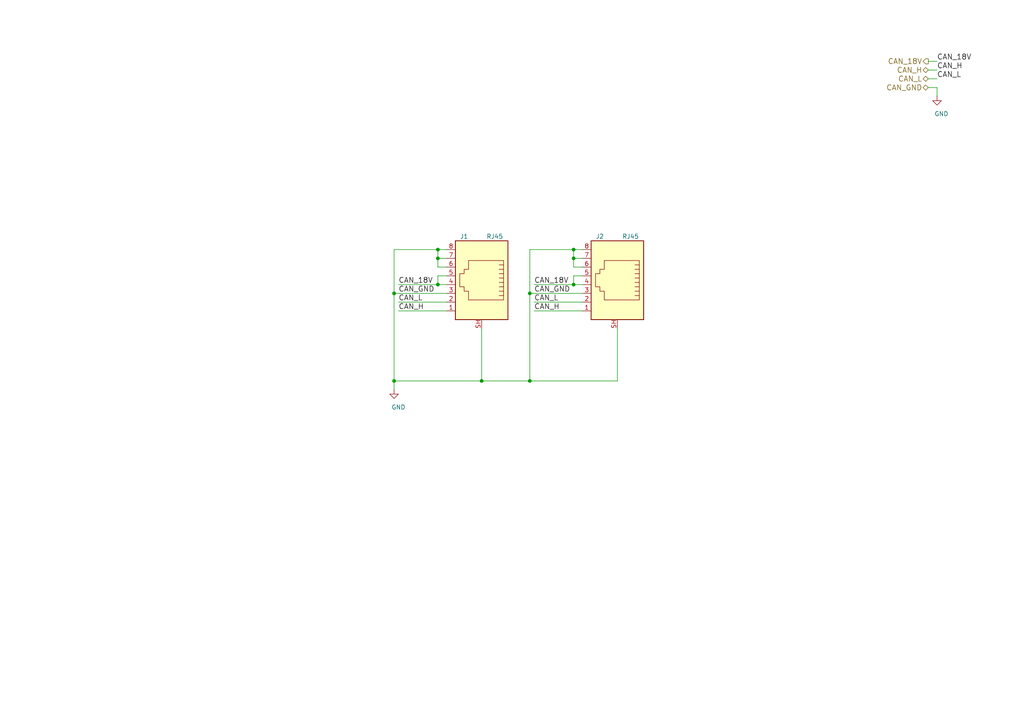
<source format=kicad_sch>
(kicad_sch
	(version 20231120)
	(generator "eeschema")
	(generator_version "8.0")
	(uuid "94f93960-e22f-48aa-ac58-a64b3c49cf49")
	(paper "A4")
	(lib_symbols
		(symbol "Connector:RJ45_Shielded"
			(pin_names
				(offset 1.016)
			)
			(exclude_from_sim no)
			(in_bom yes)
			(on_board yes)
			(property "Reference" "J"
				(at -5.08 13.97 0)
				(effects
					(font
						(size 1.27 1.27)
					)
					(justify right)
				)
			)
			(property "Value" "RJ45_Shielded"
				(at 2.54 13.97 0)
				(effects
					(font
						(size 1.27 1.27)
					)
					(justify left)
				)
			)
			(property "Footprint" ""
				(at 0 0.635 90)
				(effects
					(font
						(size 1.27 1.27)
					)
					(hide yes)
				)
			)
			(property "Datasheet" "~"
				(at 0 0.635 90)
				(effects
					(font
						(size 1.27 1.27)
					)
					(hide yes)
				)
			)
			(property "Description" "RJ connector, 8P8C (8 positions 8 connected), Shielded"
				(at 0 0 0)
				(effects
					(font
						(size 1.27 1.27)
					)
					(hide yes)
				)
			)
			(property "ki_keywords" "8P8C RJ jack socket connector"
				(at 0 0 0)
				(effects
					(font
						(size 1.27 1.27)
					)
					(hide yes)
				)
			)
			(property "ki_fp_filters" "8P8C* RJ31* RJ32* RJ33* RJ34* RJ35* RJ41* RJ45* RJ49* RJ61*"
				(at 0 0 0)
				(effects
					(font
						(size 1.27 1.27)
					)
					(hide yes)
				)
			)
			(symbol "RJ45_Shielded_0_1"
				(polyline
					(pts
						(xy -5.08 4.445) (xy -6.35 4.445)
					)
					(stroke
						(width 0)
						(type default)
					)
					(fill
						(type none)
					)
				)
				(polyline
					(pts
						(xy -5.08 5.715) (xy -6.35 5.715)
					)
					(stroke
						(width 0)
						(type default)
					)
					(fill
						(type none)
					)
				)
				(polyline
					(pts
						(xy -6.35 -3.175) (xy -5.08 -3.175) (xy -5.08 -3.175)
					)
					(stroke
						(width 0)
						(type default)
					)
					(fill
						(type none)
					)
				)
				(polyline
					(pts
						(xy -6.35 -1.905) (xy -5.08 -1.905) (xy -5.08 -1.905)
					)
					(stroke
						(width 0)
						(type default)
					)
					(fill
						(type none)
					)
				)
				(polyline
					(pts
						(xy -6.35 -0.635) (xy -5.08 -0.635) (xy -5.08 -0.635)
					)
					(stroke
						(width 0)
						(type default)
					)
					(fill
						(type none)
					)
				)
				(polyline
					(pts
						(xy -6.35 0.635) (xy -5.08 0.635) (xy -5.08 0.635)
					)
					(stroke
						(width 0)
						(type default)
					)
					(fill
						(type none)
					)
				)
				(polyline
					(pts
						(xy -6.35 1.905) (xy -5.08 1.905) (xy -5.08 1.905)
					)
					(stroke
						(width 0)
						(type default)
					)
					(fill
						(type none)
					)
				)
				(polyline
					(pts
						(xy -5.08 3.175) (xy -6.35 3.175) (xy -6.35 3.175)
					)
					(stroke
						(width 0)
						(type default)
					)
					(fill
						(type none)
					)
				)
				(polyline
					(pts
						(xy -6.35 -4.445) (xy -6.35 6.985) (xy 3.81 6.985) (xy 3.81 4.445) (xy 5.08 4.445) (xy 5.08 3.175)
						(xy 6.35 3.175) (xy 6.35 -0.635) (xy 5.08 -0.635) (xy 5.08 -1.905) (xy 3.81 -1.905) (xy 3.81 -4.445)
						(xy -6.35 -4.445) (xy -6.35 -4.445)
					)
					(stroke
						(width 0)
						(type default)
					)
					(fill
						(type none)
					)
				)
				(rectangle
					(start 7.62 12.7)
					(end -7.62 -10.16)
					(stroke
						(width 0.254)
						(type default)
					)
					(fill
						(type background)
					)
				)
			)
			(symbol "RJ45_Shielded_1_1"
				(pin passive line
					(at 10.16 -7.62 180)
					(length 2.54)
					(name "~"
						(effects
							(font
								(size 1.27 1.27)
							)
						)
					)
					(number "1"
						(effects
							(font
								(size 1.27 1.27)
							)
						)
					)
				)
				(pin passive line
					(at 10.16 -5.08 180)
					(length 2.54)
					(name "~"
						(effects
							(font
								(size 1.27 1.27)
							)
						)
					)
					(number "2"
						(effects
							(font
								(size 1.27 1.27)
							)
						)
					)
				)
				(pin passive line
					(at 10.16 -2.54 180)
					(length 2.54)
					(name "~"
						(effects
							(font
								(size 1.27 1.27)
							)
						)
					)
					(number "3"
						(effects
							(font
								(size 1.27 1.27)
							)
						)
					)
				)
				(pin passive line
					(at 10.16 0 180)
					(length 2.54)
					(name "~"
						(effects
							(font
								(size 1.27 1.27)
							)
						)
					)
					(number "4"
						(effects
							(font
								(size 1.27 1.27)
							)
						)
					)
				)
				(pin passive line
					(at 10.16 2.54 180)
					(length 2.54)
					(name "~"
						(effects
							(font
								(size 1.27 1.27)
							)
						)
					)
					(number "5"
						(effects
							(font
								(size 1.27 1.27)
							)
						)
					)
				)
				(pin passive line
					(at 10.16 5.08 180)
					(length 2.54)
					(name "~"
						(effects
							(font
								(size 1.27 1.27)
							)
						)
					)
					(number "6"
						(effects
							(font
								(size 1.27 1.27)
							)
						)
					)
				)
				(pin passive line
					(at 10.16 7.62 180)
					(length 2.54)
					(name "~"
						(effects
							(font
								(size 1.27 1.27)
							)
						)
					)
					(number "7"
						(effects
							(font
								(size 1.27 1.27)
							)
						)
					)
				)
				(pin passive line
					(at 10.16 10.16 180)
					(length 2.54)
					(name "~"
						(effects
							(font
								(size 1.27 1.27)
							)
						)
					)
					(number "8"
						(effects
							(font
								(size 1.27 1.27)
							)
						)
					)
				)
				(pin passive line
					(at 0 -12.7 90)
					(length 2.54)
					(name "~"
						(effects
							(font
								(size 1.27 1.27)
							)
						)
					)
					(number "SH"
						(effects
							(font
								(size 1.27 1.27)
							)
						)
					)
				)
			)
		)
		(symbol "power:GND"
			(power)
			(pin_numbers hide)
			(pin_names
				(offset 0) hide)
			(exclude_from_sim no)
			(in_bom yes)
			(on_board yes)
			(property "Reference" "#PWR"
				(at 0 -6.35 0)
				(effects
					(font
						(size 1.27 1.27)
					)
					(hide yes)
				)
			)
			(property "Value" "GND"
				(at 0 -3.81 0)
				(effects
					(font
						(size 1.27 1.27)
					)
				)
			)
			(property "Footprint" ""
				(at 0 0 0)
				(effects
					(font
						(size 1.27 1.27)
					)
					(hide yes)
				)
			)
			(property "Datasheet" ""
				(at 0 0 0)
				(effects
					(font
						(size 1.27 1.27)
					)
					(hide yes)
				)
			)
			(property "Description" "Power symbol creates a global label with name \"GND\" , ground"
				(at 0 0 0)
				(effects
					(font
						(size 1.27 1.27)
					)
					(hide yes)
				)
			)
			(property "ki_keywords" "global power"
				(at 0 0 0)
				(effects
					(font
						(size 1.27 1.27)
					)
					(hide yes)
				)
			)
			(symbol "GND_0_1"
				(polyline
					(pts
						(xy 0 0) (xy 0 -1.27) (xy 1.27 -1.27) (xy 0 -2.54) (xy -1.27 -1.27) (xy 0 -1.27)
					)
					(stroke
						(width 0)
						(type default)
					)
					(fill
						(type none)
					)
				)
			)
			(symbol "GND_1_1"
				(pin power_in line
					(at 0 0 270)
					(length 0)
					(name "~"
						(effects
							(font
								(size 1.27 1.27)
							)
						)
					)
					(number "1"
						(effects
							(font
								(size 1.27 1.27)
							)
						)
					)
				)
			)
		)
	)
	(junction
		(at 166.37 72.39)
		(diameter 0)
		(color 0 0 0 0)
		(uuid "08115e0f-2656-407b-a1a6-e333bea28ae0")
	)
	(junction
		(at 153.67 110.49)
		(diameter 0)
		(color 0 0 0 0)
		(uuid "0d62b729-10bc-49b3-946b-b37b45ad4219")
	)
	(junction
		(at 114.3 85.09)
		(diameter 0)
		(color 0 0 0 0)
		(uuid "3cd8717e-65e2-45bb-847f-08a341796032")
	)
	(junction
		(at 127 74.93)
		(diameter 0)
		(color 0 0 0 0)
		(uuid "5b5a3677-d8d9-400c-88a9-571d5ba5fb01")
	)
	(junction
		(at 166.37 74.93)
		(diameter 0)
		(color 0 0 0 0)
		(uuid "654211e5-8c2e-40b6-9c9c-5cb5f2fed5d0")
	)
	(junction
		(at 127 72.39)
		(diameter 0)
		(color 0 0 0 0)
		(uuid "79cab14c-55ec-47e3-83fd-4eb9e714b374")
	)
	(junction
		(at 166.37 82.55)
		(diameter 0)
		(color 0 0 0 0)
		(uuid "9ab64693-22b3-41c6-89d5-9acce65cd9f7")
	)
	(junction
		(at 114.3 110.49)
		(diameter 0)
		(color 0 0 0 0)
		(uuid "aa4303da-aca0-4402-a191-21d07e9d7491")
	)
	(junction
		(at 139.7 110.49)
		(diameter 0)
		(color 0 0 0 0)
		(uuid "b43ceb81-b32c-4d06-b9a1-46176bc33ac5")
	)
	(junction
		(at 127 82.55)
		(diameter 0)
		(color 0 0 0 0)
		(uuid "bc3b8b88-7cff-4bbd-b232-243968a14fff")
	)
	(junction
		(at 153.67 85.09)
		(diameter 0)
		(color 0 0 0 0)
		(uuid "cf35dc98-dd60-4936-bcf0-8f8df1468c93")
	)
	(wire
		(pts
			(xy 269.24 17.78) (xy 271.78 17.78)
		)
		(stroke
			(width 0)
			(type default)
		)
		(uuid "0476f75f-3c51-46f6-80c4-fffe26238309")
	)
	(wire
		(pts
			(xy 179.07 110.49) (xy 179.07 95.25)
		)
		(stroke
			(width 0)
			(type default)
		)
		(uuid "18107c91-11ec-49f6-b8a2-08e081db16a8")
	)
	(wire
		(pts
			(xy 114.3 72.39) (xy 114.3 85.09)
		)
		(stroke
			(width 0)
			(type default)
		)
		(uuid "1e2e321e-1826-4a3d-86e0-f2a1b5b4d1cd")
	)
	(wire
		(pts
			(xy 127 72.39) (xy 114.3 72.39)
		)
		(stroke
			(width 0)
			(type default)
		)
		(uuid "1ea10b07-5b0d-41be-9921-10041f036786")
	)
	(wire
		(pts
			(xy 168.91 72.39) (xy 166.37 72.39)
		)
		(stroke
			(width 0)
			(type default)
		)
		(uuid "25097fba-250a-4569-ae0c-deff88167158")
	)
	(wire
		(pts
			(xy 153.67 72.39) (xy 153.67 85.09)
		)
		(stroke
			(width 0)
			(type default)
		)
		(uuid "2db250ea-d14d-4797-9841-2ed54e315c62")
	)
	(wire
		(pts
			(xy 114.3 110.49) (xy 139.7 110.49)
		)
		(stroke
			(width 0)
			(type default)
		)
		(uuid "344d5d7d-6012-4ec9-9e17-423fd3dbac1f")
	)
	(wire
		(pts
			(xy 168.91 74.93) (xy 166.37 74.93)
		)
		(stroke
			(width 0)
			(type default)
		)
		(uuid "47f3ef15-0cf4-4fbb-bcea-13e6cbe53ef5")
	)
	(wire
		(pts
			(xy 127 82.55) (xy 129.54 82.55)
		)
		(stroke
			(width 0)
			(type default)
		)
		(uuid "512c4d79-3584-4942-a977-62af076d5e53")
	)
	(wire
		(pts
			(xy 114.3 110.49) (xy 114.3 113.03)
		)
		(stroke
			(width 0)
			(type default)
		)
		(uuid "512d40be-2ef0-42b6-bf80-6556356e9f61")
	)
	(wire
		(pts
			(xy 153.67 110.49) (xy 179.07 110.49)
		)
		(stroke
			(width 0)
			(type default)
		)
		(uuid "5ed98ddb-8602-49ba-ad66-7f7a7c77a584")
	)
	(wire
		(pts
			(xy 153.67 85.09) (xy 153.67 110.49)
		)
		(stroke
			(width 0)
			(type default)
		)
		(uuid "61b31e14-73b2-4c4d-bec8-2817ab4f519e")
	)
	(wire
		(pts
			(xy 115.57 87.63) (xy 129.54 87.63)
		)
		(stroke
			(width 0)
			(type default)
		)
		(uuid "62a9112e-9dcb-465e-adc5-d2039db95f4b")
	)
	(wire
		(pts
			(xy 166.37 72.39) (xy 153.67 72.39)
		)
		(stroke
			(width 0)
			(type default)
		)
		(uuid "641224b5-f29b-4a40-903d-e5e8616e4777")
	)
	(wire
		(pts
			(xy 166.37 82.55) (xy 168.91 82.55)
		)
		(stroke
			(width 0)
			(type default)
		)
		(uuid "6d1c5f69-ea12-4a5b-a5eb-68bedc6b872d")
	)
	(wire
		(pts
			(xy 114.3 85.09) (xy 114.3 110.49)
		)
		(stroke
			(width 0)
			(type default)
		)
		(uuid "6eed0ee3-32b3-4377-a1bd-ad5d9ad4b1cd")
	)
	(wire
		(pts
			(xy 129.54 74.93) (xy 127 74.93)
		)
		(stroke
			(width 0)
			(type default)
		)
		(uuid "7619cef0-3f99-4797-858d-8ac6a8588d57")
	)
	(wire
		(pts
			(xy 114.3 85.09) (xy 129.54 85.09)
		)
		(stroke
			(width 0)
			(type default)
		)
		(uuid "777f9a5b-2cce-4777-8226-1e7a1f3d8d11")
	)
	(wire
		(pts
			(xy 166.37 74.93) (xy 166.37 72.39)
		)
		(stroke
			(width 0)
			(type default)
		)
		(uuid "7ad18239-72fb-40ca-ba9b-bc6ad4c7f1ac")
	)
	(wire
		(pts
			(xy 127 77.47) (xy 127 74.93)
		)
		(stroke
			(width 0)
			(type default)
		)
		(uuid "7b5b7524-d420-4c5d-94c9-cfb881171870")
	)
	(wire
		(pts
			(xy 129.54 77.47) (xy 127 77.47)
		)
		(stroke
			(width 0)
			(type default)
		)
		(uuid "7faae369-de42-48d9-8ff4-442435880fd4")
	)
	(wire
		(pts
			(xy 168.91 77.47) (xy 166.37 77.47)
		)
		(stroke
			(width 0)
			(type default)
		)
		(uuid "80c0a2c5-7721-4a78-a545-0a9c2153d704")
	)
	(wire
		(pts
			(xy 269.24 20.32) (xy 271.78 20.32)
		)
		(stroke
			(width 0)
			(type default)
		)
		(uuid "8799f810-13ce-4cd5-8a35-a7332c1baec9")
	)
	(wire
		(pts
			(xy 153.67 85.09) (xy 168.91 85.09)
		)
		(stroke
			(width 0)
			(type default)
		)
		(uuid "8bd28b13-f551-42c6-9fda-eec889984968")
	)
	(wire
		(pts
			(xy 154.94 87.63) (xy 168.91 87.63)
		)
		(stroke
			(width 0)
			(type default)
		)
		(uuid "8d02a228-129c-4b24-a80c-d89fb255e494")
	)
	(wire
		(pts
			(xy 129.54 80.01) (xy 127 80.01)
		)
		(stroke
			(width 0)
			(type default)
		)
		(uuid "9a7247eb-7dbc-4f8e-a3d0-eaa02ab7e1e9")
	)
	(wire
		(pts
			(xy 127 74.93) (xy 127 72.39)
		)
		(stroke
			(width 0)
			(type default)
		)
		(uuid "9b0b966d-d2e4-486f-9104-6c8371a94cef")
	)
	(wire
		(pts
			(xy 139.7 110.49) (xy 153.67 110.49)
		)
		(stroke
			(width 0)
			(type default)
		)
		(uuid "9c93b7f2-99c7-48d3-a640-80efd7707f8d")
	)
	(wire
		(pts
			(xy 154.94 82.55) (xy 166.37 82.55)
		)
		(stroke
			(width 0)
			(type default)
		)
		(uuid "a4f27950-fccc-4688-9d5f-7d0e969d0ca6")
	)
	(wire
		(pts
			(xy 115.57 82.55) (xy 127 82.55)
		)
		(stroke
			(width 0)
			(type default)
		)
		(uuid "afb7aa62-0e0e-4483-83fd-6dfc4120d8cd")
	)
	(wire
		(pts
			(xy 127 80.01) (xy 127 82.55)
		)
		(stroke
			(width 0)
			(type default)
		)
		(uuid "b0956526-8fa2-42c8-b85c-9e0b4e7903bb")
	)
	(wire
		(pts
			(xy 168.91 90.17) (xy 154.94 90.17)
		)
		(stroke
			(width 0)
			(type default)
		)
		(uuid "b9350740-1d8f-4eb1-afcf-0562561928f8")
	)
	(wire
		(pts
			(xy 271.78 25.4) (xy 271.78 27.94)
		)
		(stroke
			(width 0)
			(type default)
		)
		(uuid "ba82454a-0523-4b66-9265-b66b36206529")
	)
	(wire
		(pts
			(xy 168.91 80.01) (xy 166.37 80.01)
		)
		(stroke
			(width 0)
			(type default)
		)
		(uuid "cbc913a9-9144-4448-b192-3e8aa11917f8")
	)
	(wire
		(pts
			(xy 129.54 72.39) (xy 127 72.39)
		)
		(stroke
			(width 0)
			(type default)
		)
		(uuid "d1420c55-b4b0-4b20-9491-dc9d5c1a2adc")
	)
	(wire
		(pts
			(xy 271.78 22.86) (xy 269.24 22.86)
		)
		(stroke
			(width 0)
			(type default)
		)
		(uuid "d23710d6-a2a2-4e32-8e49-1681ed82ed46")
	)
	(wire
		(pts
			(xy 166.37 80.01) (xy 166.37 82.55)
		)
		(stroke
			(width 0)
			(type default)
		)
		(uuid "d7d49129-b195-4473-a0f8-d7231934423e")
	)
	(wire
		(pts
			(xy 166.37 77.47) (xy 166.37 74.93)
		)
		(stroke
			(width 0)
			(type default)
		)
		(uuid "de333448-3f08-4add-84e0-7cc36fff252d")
	)
	(wire
		(pts
			(xy 139.7 110.49) (xy 139.7 95.25)
		)
		(stroke
			(width 0)
			(type default)
		)
		(uuid "e1b95720-e53d-425c-b86d-71cfe76e13d1")
	)
	(wire
		(pts
			(xy 269.24 25.4) (xy 271.78 25.4)
		)
		(stroke
			(width 0)
			(type default)
		)
		(uuid "ec0e6406-a6bb-453d-8da9-e12f38f16815")
	)
	(wire
		(pts
			(xy 129.54 90.17) (xy 115.57 90.17)
		)
		(stroke
			(width 0)
			(type default)
		)
		(uuid "faf7365c-2cb3-4106-a439-70cdbba45c14")
	)
	(label "CAN_H"
		(at 154.94 90.17 0)
		(fields_autoplaced yes)
		(effects
			(font
				(size 1.524 1.524)
			)
			(justify left bottom)
		)
		(uuid "0c9728cb-e9a4-4629-9967-8f8cfc681534")
	)
	(label "CAN_GND"
		(at 115.57 85.09 0)
		(fields_autoplaced yes)
		(effects
			(font
				(size 1.524 1.524)
			)
			(justify left bottom)
		)
		(uuid "16bee52c-3122-4352-9fd1-854fc671f2ed")
	)
	(label "CAN_18V"
		(at 154.94 82.55 0)
		(fields_autoplaced yes)
		(effects
			(font
				(size 1.524 1.524)
			)
			(justify left bottom)
		)
		(uuid "23ec6f90-25db-4c72-bdb1-295e29bc776a")
	)
	(label "CAN_L"
		(at 154.94 87.63 0)
		(fields_autoplaced yes)
		(effects
			(font
				(size 1.524 1.524)
			)
			(justify left bottom)
		)
		(uuid "2942e5e7-6622-42c2-b7c8-8190cd1edef6")
	)
	(label "CAN_H"
		(at 271.78 20.32 0)
		(fields_autoplaced yes)
		(effects
			(font
				(size 1.524 1.524)
			)
			(justify left bottom)
		)
		(uuid "3b912cf8-3371-4f33-a473-13292e97711c")
	)
	(label "CAN_18V"
		(at 271.78 17.78 0)
		(fields_autoplaced yes)
		(effects
			(font
				(size 1.524 1.524)
			)
			(justify left bottom)
		)
		(uuid "4e7dfc5e-d530-4ef7-87fb-e6ad3569bb61")
	)
	(label "CAN_L"
		(at 115.57 87.63 0)
		(fields_autoplaced yes)
		(effects
			(font
				(size 1.524 1.524)
			)
			(justify left bottom)
		)
		(uuid "a4dab23c-531b-478f-b245-8d08bd412712")
	)
	(label "CAN_H"
		(at 115.57 90.17 0)
		(fields_autoplaced yes)
		(effects
			(font
				(size 1.524 1.524)
			)
			(justify left bottom)
		)
		(uuid "b102feed-7f8f-466d-886d-794a2c51ec6f")
	)
	(label "CAN_GND"
		(at 154.94 85.09 0)
		(fields_autoplaced yes)
		(effects
			(font
				(size 1.524 1.524)
			)
			(justify left bottom)
		)
		(uuid "bf374380-5db3-4b67-92fc-71fa6e217ac6")
	)
	(label "CAN_L"
		(at 271.78 22.86 0)
		(fields_autoplaced yes)
		(effects
			(font
				(size 1.524 1.524)
			)
			(justify left bottom)
		)
		(uuid "d05178f0-35c1-4927-9795-84a4593af3e5")
	)
	(label "CAN_18V"
		(at 115.57 82.55 0)
		(fields_autoplaced yes)
		(effects
			(font
				(size 1.524 1.524)
			)
			(justify left bottom)
		)
		(uuid "e1641a27-6417-468f-a49c-3222e9b4e12c")
	)
	(hierarchical_label "CAN_H"
		(shape bidirectional)
		(at 269.24 20.32 180)
		(fields_autoplaced yes)
		(effects
			(font
				(size 1.524 1.524)
			)
			(justify right)
		)
		(uuid "5cdfa82c-3748-422e-af7f-7b515d8846bb")
	)
	(hierarchical_label "CAN_GND"
		(shape bidirectional)
		(at 269.24 25.4 180)
		(fields_autoplaced yes)
		(effects
			(font
				(size 1.524 1.524)
			)
			(justify right)
		)
		(uuid "93cfaee0-af73-44dd-9f6f-1701c3cb83ba")
	)
	(hierarchical_label "CAN_18V"
		(shape output)
		(at 269.24 17.78 180)
		(fields_autoplaced yes)
		(effects
			(font
				(size 1.524 1.524)
			)
			(justify right)
		)
		(uuid "9ef060cc-08e0-4824-af52-56862e03f884")
	)
	(hierarchical_label "CAN_L"
		(shape bidirectional)
		(at 269.24 22.86 180)
		(fields_autoplaced yes)
		(effects
			(font
				(size 1.524 1.524)
			)
			(justify right)
		)
		(uuid "af30e8fd-037f-4949-afd4-52acdfcaf033")
	)
	(symbol
		(lib_id "Connector:RJ45_Shielded")
		(at 179.07 82.55 0)
		(mirror y)
		(unit 1)
		(exclude_from_sim no)
		(in_bom yes)
		(on_board yes)
		(dnp no)
		(uuid "1cee77f5-b783-4704-8bb8-a9d92e4dbc1e")
		(property "Reference" "J2"
			(at 173.99 68.58 0)
			(effects
				(font
					(size 1.27 1.27)
				)
			)
		)
		(property "Value" "RJ45"
			(at 182.88 68.58 0)
			(effects
				(font
					(size 1.27 1.27)
				)
			)
		)
		(property "Footprint" "KicadZeniteSolarLibrary18:RJ45_YH59_01"
			(at 179.07 82.55 0)
			(effects
				(font
					(size 1.27 1.27)
				)
				(hide yes)
			)
		)
		(property "Datasheet" ""
			(at 179.07 82.55 0)
			(effects
				(font
					(size 1.27 1.27)
				)
				(hide yes)
			)
		)
		(property "Description" ""
			(at 179.07 82.55 0)
			(effects
				(font
					(size 1.27 1.27)
				)
				(hide yes)
			)
		)
		(pin "1"
			(uuid "eefd7b75-5a14-43ef-82f5-fcb4dfd816b6")
		)
		(pin "2"
			(uuid "65bc2629-6a7e-47ef-bbe1-490be8edb9f4")
		)
		(pin "6"
			(uuid "fc97df09-1300-4716-abd0-da706ab07dd6")
		)
		(pin "3"
			(uuid "46ae045f-bdde-4cba-aed7-d978010123a0")
		)
		(pin "SH"
			(uuid "3dae6f31-e378-47d6-9727-d2d757b8d8ba")
		)
		(pin "8"
			(uuid "a176ff6e-08ce-446d-b511-1b7de7a9f618")
		)
		(pin "5"
			(uuid "f12df9b7-258f-43b4-aa24-e221e1094254")
		)
		(pin "4"
			(uuid "79a198a1-0f8f-4a79-a4d7-4aa9fc9a2918")
		)
		(pin "7"
			(uuid "08bd3111-3368-4660-8561-db5ddb888392")
		)
		(instances
			(project "MPPT 2024"
				(path "/51908e9a-fb45-4064-91b4-ad008e3463b9/1607ff13-d1a4-4d92-84d2-cbbcac91f39a"
					(reference "J2")
					(unit 1)
				)
			)
		)
	)
	(symbol
		(lib_id "power:GND")
		(at 114.3 113.03 0)
		(unit 1)
		(exclude_from_sim no)
		(in_bom yes)
		(on_board yes)
		(dnp no)
		(uuid "34c85078-5931-4611-8cfb-d4db772bf468")
		(property "Reference" "#PWR02"
			(at 114.3 119.38 0)
			(effects
				(font
					(size 1.27 1.27)
				)
				(hide yes)
			)
		)
		(property "Value" "GND"
			(at 115.57 118.11 0)
			(effects
				(font
					(size 1.27 1.27)
				)
			)
		)
		(property "Footprint" ""
			(at 114.3 113.03 0)
			(effects
				(font
					(size 1.27 1.27)
				)
				(hide yes)
			)
		)
		(property "Datasheet" ""
			(at 114.3 113.03 0)
			(effects
				(font
					(size 1.27 1.27)
				)
				(hide yes)
			)
		)
		(property "Description" ""
			(at 114.3 113.03 0)
			(effects
				(font
					(size 1.27 1.27)
				)
				(hide yes)
			)
		)
		(pin "1"
			(uuid "3e6bb440-2a64-49e8-a04b-1c9f7847ea1f")
		)
		(instances
			(project "MPPT 2024"
				(path "/51908e9a-fb45-4064-91b4-ad008e3463b9/1607ff13-d1a4-4d92-84d2-cbbcac91f39a"
					(reference "#PWR02")
					(unit 1)
				)
			)
		)
	)
	(symbol
		(lib_id "power:GND")
		(at 271.78 27.94 0)
		(unit 1)
		(exclude_from_sim no)
		(in_bom yes)
		(on_board yes)
		(dnp no)
		(uuid "b3d34ea5-c5d0-46ea-ae6a-5a3f83cb6a7c")
		(property "Reference" "#PWR01"
			(at 271.78 34.29 0)
			(effects
				(font
					(size 1.27 1.27)
				)
				(hide yes)
			)
		)
		(property "Value" "GND"
			(at 273.05 33.02 0)
			(effects
				(font
					(size 1.27 1.27)
				)
			)
		)
		(property "Footprint" ""
			(at 271.78 27.94 0)
			(effects
				(font
					(size 1.27 1.27)
				)
				(hide yes)
			)
		)
		(property "Datasheet" ""
			(at 271.78 27.94 0)
			(effects
				(font
					(size 1.27 1.27)
				)
				(hide yes)
			)
		)
		(property "Description" ""
			(at 271.78 27.94 0)
			(effects
				(font
					(size 1.27 1.27)
				)
				(hide yes)
			)
		)
		(pin "1"
			(uuid "b9043e55-e9d1-42c3-a6b4-caedc5b97bec")
		)
		(instances
			(project "MPPT 2024"
				(path "/51908e9a-fb45-4064-91b4-ad008e3463b9/1607ff13-d1a4-4d92-84d2-cbbcac91f39a"
					(reference "#PWR01")
					(unit 1)
				)
			)
		)
	)
	(symbol
		(lib_id "Connector:RJ45_Shielded")
		(at 139.7 82.55 0)
		(mirror y)
		(unit 1)
		(exclude_from_sim no)
		(in_bom yes)
		(on_board yes)
		(dnp no)
		(uuid "bc0268ec-6f45-4c74-a225-b7ef4ce7af76")
		(property "Reference" "J1"
			(at 134.62 68.58 0)
			(effects
				(font
					(size 1.27 1.27)
				)
			)
		)
		(property "Value" "RJ45"
			(at 143.51 68.58 0)
			(effects
				(font
					(size 1.27 1.27)
				)
			)
		)
		(property "Footprint" "KicadZeniteSolarLibrary18:RJ45_YH59_01"
			(at 139.7 82.55 0)
			(effects
				(font
					(size 1.27 1.27)
				)
				(hide yes)
			)
		)
		(property "Datasheet" ""
			(at 139.7 82.55 0)
			(effects
				(font
					(size 1.27 1.27)
				)
				(hide yes)
			)
		)
		(property "Description" ""
			(at 139.7 82.55 0)
			(effects
				(font
					(size 1.27 1.27)
				)
				(hide yes)
			)
		)
		(pin "2"
			(uuid "772ea839-08bc-4b2f-84f0-06fa891f7adb")
		)
		(pin "3"
			(uuid "3c7e33e5-c9d6-4f49-8a45-4354c90e1dd9")
		)
		(pin "4"
			(uuid "cfaa56c1-854f-44da-bc72-2965c10084b6")
		)
		(pin "6"
			(uuid "21109e11-9426-4a53-a016-cf94c3954284")
		)
		(pin "SH"
			(uuid "aa795927-9a1d-4d82-ba6e-82a9d814e299")
		)
		(pin "1"
			(uuid "2d87ea61-aff8-4af5-b5d6-823c9d18e5ce")
		)
		(pin "7"
			(uuid "5c9bf436-43f9-451c-90d7-3eb5b89eb35d")
		)
		(pin "5"
			(uuid "f4bff19d-a98d-4d25-ad7b-dfa97d2d2985")
		)
		(pin "8"
			(uuid "c635f18b-23e2-41ee-a1e7-49642e820259")
		)
		(instances
			(project "MPPT 2024"
				(path "/51908e9a-fb45-4064-91b4-ad008e3463b9/1607ff13-d1a4-4d92-84d2-cbbcac91f39a"
					(reference "J1")
					(unit 1)
				)
			)
		)
	)
)

</source>
